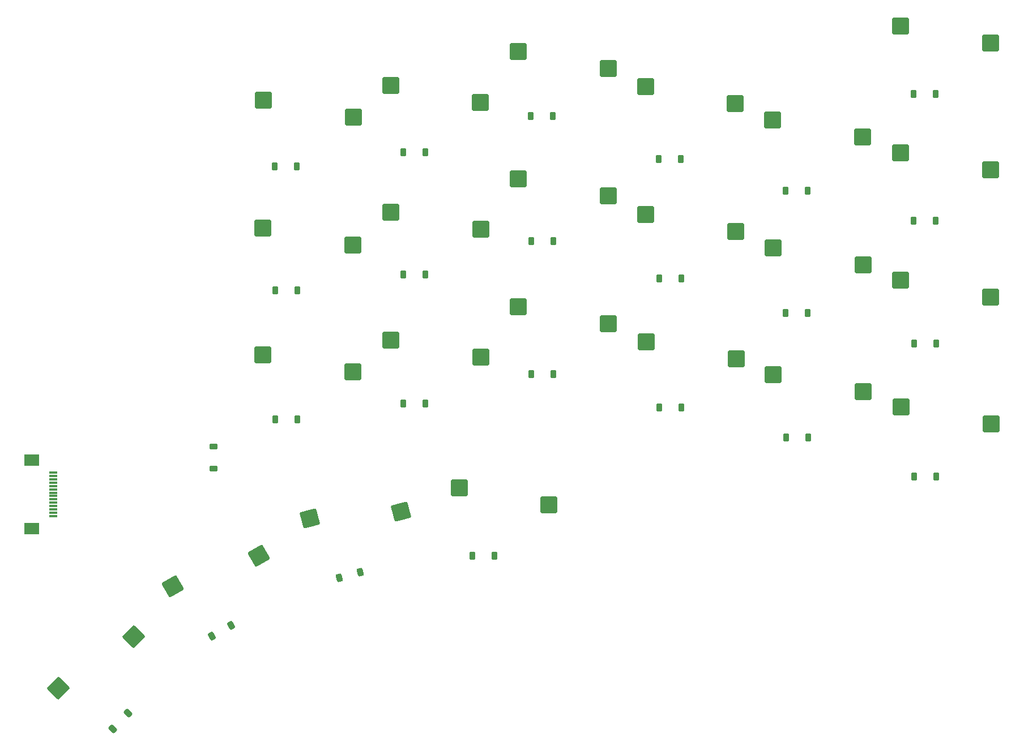
<source format=gtp>
G04 #@! TF.GenerationSoftware,KiCad,Pcbnew,7.0.10-7.0.10~ubuntu23.10.1*
G04 #@! TF.CreationDate,2024-01-07T20:04:01-05:00*
G04 #@! TF.ProjectId,Right PCB,52696768-7420-4504-9342-2e6b69636164,rev?*
G04 #@! TF.SameCoordinates,Original*
G04 #@! TF.FileFunction,Paste,Top*
G04 #@! TF.FilePolarity,Positive*
%FSLAX46Y46*%
G04 Gerber Fmt 4.6, Leading zero omitted, Abs format (unit mm)*
G04 Created by KiCad (PCBNEW 7.0.10-7.0.10~ubuntu23.10.1) date 2024-01-07 20:04:01*
%MOMM*%
%LPD*%
G01*
G04 APERTURE LIST*
G04 Aperture macros list*
%AMRoundRect*
0 Rectangle with rounded corners*
0 $1 Rounding radius*
0 $2 $3 $4 $5 $6 $7 $8 $9 X,Y pos of 4 corners*
0 Add a 4 corners polygon primitive as box body*
4,1,4,$2,$3,$4,$5,$6,$7,$8,$9,$2,$3,0*
0 Add four circle primitives for the rounded corners*
1,1,$1+$1,$2,$3*
1,1,$1+$1,$4,$5*
1,1,$1+$1,$6,$7*
1,1,$1+$1,$8,$9*
0 Add four rect primitives between the rounded corners*
20,1,$1+$1,$2,$3,$4,$5,0*
20,1,$1+$1,$4,$5,$6,$7,0*
20,1,$1+$1,$6,$7,$8,$9,0*
20,1,$1+$1,$8,$9,$2,$3,0*%
G04 Aperture macros list end*
%ADD10RoundRect,0.225000X0.375000X-0.225000X0.375000X0.225000X-0.375000X0.225000X-0.375000X-0.225000X0*%
%ADD11RoundRect,0.250000X-1.025000X-1.000000X1.025000X-1.000000X1.025000X1.000000X-1.025000X1.000000X0*%
%ADD12RoundRect,0.225000X-0.225000X-0.375000X0.225000X-0.375000X0.225000X0.375000X-0.225000X0.375000X0*%
%ADD13RoundRect,0.225000X-0.120276X-0.420456X0.314390X-0.303988X0.120276X0.420456X-0.314390X0.303988X0*%
%ADD14RoundRect,0.225000X0.106066X-0.424264X0.424264X-0.106066X-0.106066X0.424264X-0.424264X0.106066X0*%
%ADD15RoundRect,0.250000X-0.731255X-1.231215X1.248893X-0.700636X0.731255X1.231215X-1.248893X0.700636X0*%
%ADD16RoundRect,0.225000X-0.007356X-0.437260X0.382356X-0.212260X0.007356X0.437260X-0.382356X0.212260X0*%
%ADD17RoundRect,0.250000X-0.387676X-1.378525X1.387676X-0.353525X0.387676X1.378525X-1.387676X0.353525X0*%
%ADD18R,1.300000X0.300000*%
%ADD19R,2.200000X1.800000*%
%ADD20RoundRect,0.250000X-0.017678X-1.431891X1.431891X0.017678X0.017678X1.431891X-1.431891X-0.017678X0*%
G04 APERTURE END LIST*
D10*
X74000000Y-107550000D03*
X74000000Y-110850000D03*
D11*
X113940000Y-56060000D03*
X100490000Y-53520000D03*
X171160000Y-99360000D03*
X157710000Y-96820000D03*
D12*
X159650000Y-106200000D03*
X162950000Y-106200000D03*
D11*
X133040000Y-50960000D03*
X119590000Y-48420000D03*
D12*
X121550000Y-76800000D03*
X124850000Y-76800000D03*
D13*
X92806222Y-127227051D03*
X95993778Y-126372949D03*
D11*
X190160000Y-47160000D03*
X176710000Y-44620000D03*
X124180000Y-116260000D03*
X110730000Y-113720000D03*
D12*
X140650000Y-101700000D03*
X143950000Y-101700000D03*
D11*
X190260000Y-104160000D03*
X176810000Y-101620000D03*
D12*
X102350000Y-101100000D03*
X105650000Y-101100000D03*
D11*
X190160000Y-85160000D03*
X176710000Y-82620000D03*
X152040000Y-56260000D03*
X138590000Y-53720000D03*
D12*
X178650000Y-54800000D03*
X181950000Y-54800000D03*
X159550000Y-87600000D03*
X162850000Y-87600000D03*
X112750000Y-123900000D03*
X116050000Y-123900000D03*
D11*
X94880000Y-77360000D03*
X81430000Y-74820000D03*
D12*
X178750000Y-112000000D03*
X182050000Y-112000000D03*
D11*
X94900000Y-58300000D03*
X81450000Y-55760000D03*
D14*
X58933274Y-149766726D03*
X61266726Y-147433274D03*
D15*
X102051814Y-117241640D03*
X88402711Y-118269305D03*
D11*
X133060000Y-70060000D03*
X119610000Y-67520000D03*
D12*
X140650000Y-82400000D03*
X143950000Y-82400000D03*
D11*
X113980000Y-94160000D03*
X100530000Y-91620000D03*
D12*
X83250000Y-103500000D03*
X86550000Y-103500000D03*
X140550000Y-64500000D03*
X143850000Y-64500000D03*
X83150000Y-65600000D03*
X86450000Y-65600000D03*
D11*
X152080000Y-75360000D03*
X138630000Y-72820000D03*
D12*
X178650000Y-73800000D03*
X181950000Y-73800000D03*
D16*
X73771058Y-135925000D03*
X76628942Y-134275000D03*
D11*
X190160000Y-66160000D03*
X176710000Y-63620000D03*
D12*
X102350000Y-81800000D03*
X105650000Y-81800000D03*
D11*
X133060000Y-89160000D03*
X119610000Y-86620000D03*
X152160000Y-94460000D03*
X138710000Y-91920000D03*
D12*
X102350000Y-63500000D03*
X105650000Y-63500000D03*
X178750000Y-92100000D03*
X182050000Y-92100000D03*
D11*
X94860000Y-96360000D03*
X81410000Y-93820000D03*
D12*
X121450000Y-58100000D03*
X124750000Y-58100000D03*
D11*
X113960000Y-75060000D03*
X100510000Y-72520000D03*
X171160000Y-80360000D03*
X157710000Y-77820000D03*
D17*
X80803947Y-123920295D03*
X67885905Y-128445591D03*
D18*
X50099994Y-111450000D03*
X50099994Y-111950001D03*
X50099994Y-112450000D03*
X50099994Y-112950002D03*
X50099994Y-113450001D03*
X50099994Y-113950000D03*
X50099994Y-114450001D03*
X50099994Y-114950000D03*
X50099994Y-115450002D03*
X50099994Y-115950001D03*
X50099994Y-116450000D03*
X50099994Y-116950002D03*
X50099994Y-117450001D03*
X50099994Y-117950002D03*
D19*
X46849993Y-109550001D03*
X46849993Y-119850001D03*
D12*
X83250000Y-84200000D03*
X86550000Y-84200000D03*
D20*
X62116153Y-135991745D03*
X50809515Y-143706280D03*
D11*
X171040000Y-61260000D03*
X157590000Y-58720000D03*
D12*
X121550000Y-96700000D03*
X124850000Y-96700000D03*
X159550000Y-69300000D03*
X162850000Y-69300000D03*
M02*

</source>
